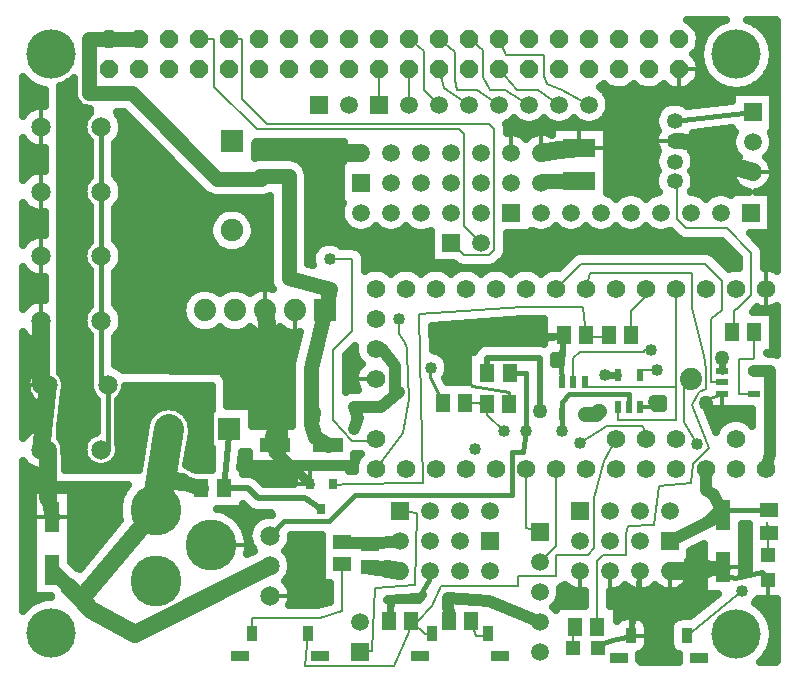
<source format=gtl>
G04 DipTrace 3.0.0.2*
G04 TeensyArbotixProRPIV0.2a.gtl*
%MOIN*%
G04 #@! TF.FileFunction,Copper,L1,Top*
G04 #@! TF.Part,Single*
%AMOUTLINE0*5,1,8,0,0,0.065199,-22.499571*%
%AMOUTLINE1*
4,1,4,
-0.0175,-0.025,
-0.0175,0.025,
0.0175,0.025,
0.0175,-0.025,
-0.0175,-0.025,
0*%
%AMOUTLINE2*
4,1,4,
0.0285,-0.0155,
-0.0285,-0.0155,
-0.0285,0.0155,
0.0285,0.0155,
0.0285,-0.0155,
0*%
G04 #@! TA.AperFunction,ViaPad*
%ADD13C,0.04*%
G04 #@! TA.AperFunction,Conductor*
%ADD14C,0.015*%
%ADD15C,0.023622*%
%ADD16C,0.02*%
G04 #@! TA.AperFunction,ViaPad*
%ADD17C,0.05*%
G04 #@! TA.AperFunction,CopperBalancing*
%ADD18C,0.025*%
G04 #@! TA.AperFunction,Conductor*
%ADD19C,0.008*%
%ADD20C,0.1*%
%ADD21C,0.06*%
%ADD22C,0.059055*%
%ADD23C,0.01*%
%ADD24C,0.05315*%
%ADD25C,0.031496*%
%ADD26C,0.051181*%
G04 #@! TA.AperFunction,CopperBalancing*
%ADD27C,0.013*%
%ADD28R,0.051181X0.059055*%
%ADD30R,0.05X0.1*%
%ADD31R,0.1X0.05*%
%ADD32R,0.059055X0.051181*%
%ADD33R,0.106299X0.062992*%
G04 #@! TA.AperFunction,ComponentPad*
%ADD34R,0.059055X0.059055*%
%ADD35C,0.059055*%
%ADD38C,0.17*%
%ADD40C,0.065199*%
%ADD41R,0.047244X0.047244*%
G04 #@! TA.AperFunction,ComponentPad*
%ADD42C,0.05315*%
%ADD43R,0.074803X0.074803*%
%ADD44C,0.074803*%
%ADD45R,0.031496X0.035433*%
G04 #@! TA.AperFunction,ComponentPad*
%ADD49C,0.074*%
%ADD51R,0.043307X0.023622*%
%ADD53R,0.023622X0.043307*%
G04 #@! TA.AperFunction,ComponentPad*
%ADD54C,0.06194*%
%ADD56R,0.074X0.074*%
G04 #@! TA.AperFunction,ViaPad*
%ADD58C,0.165*%
G04 #@! TA.AperFunction,ComponentPad*
%ADD119OUTLINE0*%
%ADD120OUTLINE1*%
%ADD121OUTLINE2*%
%FSLAX26Y26*%
G04*
G70*
G90*
G75*
G01*
G04 Top*
%LPD*%
X2923231Y941280D2*
D14*
X2738511D1*
X2681508Y884277D1*
X2770424Y926334D1*
X2713404Y1080033D2*
D13*
Y1009020D1*
X2741235Y992196D1*
X2770424Y926334D1*
X2593701Y838701D2*
X2770424Y926334D1*
X1538701Y1213701D2*
X1551864Y1247502D1*
X1541534Y1285033D1*
X1628701D1*
X1690146Y1336911D1*
X2376032Y1393191D2*
D15*
X2418701D1*
Y1391332D1*
X1690146Y1336911D2*
D13*
X1676226D1*
Y1422795D1*
X1633604Y1480033D1*
X1613404D1*
X1592847Y828498D2*
X1693701Y838701D1*
X1501735Y836696D2*
X1592847Y828498D1*
X2158701Y568701D2*
X1988701Y638701D1*
X1853701Y648701D1*
X1856299Y573701D1*
X823229Y2510630D2*
D17*
X723229D1*
X2159593Y1273819D2*
D16*
Y1450033D1*
X1983701D1*
Y1400033D1*
X2357454Y1273147D2*
D17*
X2348041Y1263734D1*
X2308701D1*
X2163701Y2033701D2*
X2168583Y2038583D1*
X2290987D1*
X723229Y2510630D2*
X657701D1*
Y2330849D1*
X798553D1*
X1083061Y2046341D1*
X1228986D1*
Y2054824D1*
X2874261Y1405033D2*
D13*
X2926491D1*
Y1128398D1*
X2913404Y1080033D1*
X1228986Y2054824D2*
D17*
X1322055D1*
Y1714836D1*
X1459377Y1678041D1*
X1443335Y1607704D1*
X1452492Y1159616D2*
X1408701Y1184616D1*
X1396345Y1228601D1*
Y1414600D1*
X1443335Y1607704D1*
X1403701Y1268701D2*
X1396345Y1228601D1*
X2038701Y1205033D2*
D19*
X1983586Y1260149D1*
Y1295033D1*
X1961701D1*
Y1300033D1*
X1910583D1*
X2293701Y1165033D2*
X2383701Y1223701D1*
X2503701D1*
X2513404Y1180033D1*
X1801201Y528701D2*
X1776103D1*
X1731103Y573701D1*
X1724450Y534906D1*
X1673482Y423750D1*
X1375735D1*
X1386201Y528701D1*
X1731103Y573701D2*
X1751248Y570033D1*
X1798701Y623701D1*
X1830966Y688646D1*
X2086902D1*
Y723701D1*
X2214925D1*
Y793701D1*
X2318701D1*
X2340774Y815774D1*
Y982984D1*
X2373891Y1103874D1*
X2413404Y1180033D1*
X1688701Y1579654D2*
Y1528701D1*
X1707164Y1506992D1*
X1717164Y1481992D1*
Y1462301D1*
X1723844Y1312975D1*
X1703654Y1197975D1*
X1613404Y1080033D1*
X2549327Y1408180D2*
X2493504D1*
Y1391332D1*
X2528701Y1475033D2*
X2505299D1*
Y1470033D1*
X2292701D1*
X2271299Y1448631D1*
Y1370033D1*
X1558701Y468701D2*
X1601215Y473439D1*
X1611215Y683439D1*
X1743701Y693701D1*
X1748701Y933701D1*
X1693701Y938701D1*
X2113404Y1080033D2*
Y883701D1*
X2158701Y868701D1*
X2213404Y1080033D2*
Y823404D1*
X2158701Y768701D1*
X2613404Y1680033D2*
Y1353253D1*
X2308701D1*
Y1370033D1*
X2613404Y1353253D2*
Y1240773D1*
X2418701D1*
Y1285033D1*
X2513404Y1680033D2*
Y1655450D1*
X2463701Y1605747D1*
Y1525033D1*
X2351782Y553541D2*
Y771782D1*
X2370649Y790649D1*
X2447624D1*
Y862618D1*
X2454725Y888664D1*
X2538841Y890932D1*
X2557369Y1020814D1*
X2663572Y1033784D1*
X2669348Y1095990D1*
X2723587Y1150230D1*
X2666477Y1290918D1*
X2690293Y1336410D1*
X2713870Y1344907D1*
Y1412482D1*
X2708298Y1457092D1*
X2668131Y1616290D1*
Y1731528D1*
X2326259D1*
X2313404Y1680033D1*
X2213404D2*
X2296335Y1762963D1*
X2711352D1*
X2767708Y1706608D1*
Y1608407D1*
X2730033Y1577946D1*
Y1405864D1*
X2731534Y1368971D1*
X2737638D1*
X2736298Y1367631D1*
X2767962D1*
X1613404Y1180033D2*
Y1170734D1*
X1533225D1*
X1469523Y1242879D1*
Y1475113D1*
X1534591Y1540181D1*
Y1778701D1*
X1458701D1*
X696858Y2218701D2*
D14*
Y2003701D1*
Y1788701D1*
Y1573701D1*
Y1358701D1*
X718701D1*
Y1143701D1*
X696858D1*
X1259574Y855848D2*
X1308386Y904660D1*
X1456366D1*
X1543675Y991969D1*
X2066226D1*
Y1136226D1*
X2103773D1*
X2113701Y1205033D1*
Y1400033D1*
X2058504D1*
X2233898Y1263734D2*
Y1303033D1*
X2258147Y1327282D1*
X2456103D1*
Y1285033D1*
X2233701Y1205033D2*
Y1263734D1*
X2233898D1*
X496858Y1143701D2*
D21*
X518701D1*
Y983622D1*
D17*
X533701Y918701D1*
X2918701Y708718D2*
D14*
X2898701Y735033D1*
X2808701Y715033D1*
X2770424Y724651D1*
Y751334D1*
X1277492Y1159616D2*
D17*
X1273701Y1188701D1*
D21*
X1289034Y1154630D1*
X1283655Y1139672D1*
D25*
X1393898Y1028701D1*
X2608701Y2173701D2*
D24*
X2665172Y2170278D1*
D21*
X2773701Y2163701D1*
X2788701Y2093701D1*
X2811883Y2086457D1*
D22*
X2868701Y2068701D1*
X1563701Y2133701D2*
X1506460D1*
D21*
X1448701D1*
Y1898701D1*
X2238701Y1525033D2*
D14*
X2230282Y1466104D1*
X2228701Y1455033D1*
X2230746Y1421591D1*
X2233898Y1370033D1*
X2767962Y1405033D2*
D15*
Y1449784D1*
X2153311Y1509340D2*
D16*
X2202780Y1516474D1*
X2238701Y1525033D1*
X2058389Y1295033D2*
D23*
Y1335033D1*
X1933701Y1355033D1*
X1868701Y1445033D1*
X2542903Y1301484D2*
Y1285033D1*
X2493504D1*
X2713180Y1299029D2*
X2706740Y1308717D1*
X2767962Y1330230D1*
X2163701Y2133701D2*
D22*
X2225084Y2140848D1*
D21*
X2290987Y2148819D1*
X496858Y1573701D2*
Y1358701D1*
X518701D1*
X496858Y1143701D1*
X1243335Y1607704D2*
X1291280Y1280191D1*
Y1160028D1*
D17*
X1277492D1*
Y1159616D1*
X2593701Y738701D2*
D22*
X2652801D1*
D21*
X2715819Y744752D1*
D17*
X2770424Y751334D1*
X2352002Y480973D2*
D14*
X2371869Y499029D1*
X2401587Y509658D1*
X2417370Y513226D1*
X2463701Y523701D1*
X2471614Y578129D1*
X2485135Y671125D1*
X2493701Y738701D1*
X1592847Y753694D2*
D26*
X1651727Y744941D1*
D22*
X1693701Y738701D1*
X1656299Y573701D2*
D14*
X1667456Y632173D1*
X1668701Y638701D1*
X1748701Y643701D1*
X1788701Y708701D1*
X1793701Y738701D1*
X2608701Y2238701D2*
X2664903Y2245185D1*
X2809566Y2261878D1*
X2868701Y2268701D1*
X1931103Y573701D2*
D19*
X1945326Y523701D1*
X1988701D1*
X1993701Y528701D1*
X1986201D1*
X1201201D2*
Y581852D1*
X1427290D1*
X1501735Y604667D1*
Y761893D1*
X2874261Y1330230D2*
X2823701D1*
Y1447065D1*
X2871732D1*
X2873504Y1448836D1*
Y1534710D1*
X2269324Y480973D2*
Y553541D1*
X2276979D1*
X2608701Y2038701D2*
X2617004D1*
Y1912604D1*
X2648076Y1881532D1*
X2782970D1*
X2864966Y1799536D1*
Y1658744D1*
X2818408Y1612187D1*
X2806208Y1607659D1*
Y1534710D1*
X2798701D1*
X2923231Y866477D2*
X2915160Y903499D1*
X2918701Y791395D1*
X1106083Y1015138D2*
D16*
X1122963Y1189070D1*
Y1211487D1*
X1106083Y1015138D2*
X1185887D1*
X1220420Y980605D1*
X1375341D1*
X1431299Y946024D1*
X2388898Y1525033D2*
D19*
Y1520033D1*
X2313504D1*
Y1525033D1*
X1468701Y1028701D2*
X1473701Y1038701D1*
X1468701Y1023701D1*
X1508701Y1028701D1*
X1770904Y1033555D1*
X1757239Y1596139D1*
X2101076Y1619753D1*
X2302394D1*
X2313504Y1525033D1*
X2663404Y1380033D2*
X2640324Y1403113D1*
Y1234293D1*
X2681974Y1162998D1*
X2833701Y673701D2*
X2648701Y523701D1*
X2223701Y2293701D2*
X2153701Y2343701D1*
X2083701D1*
X2023229Y2410630D1*
X2323701Y2293701D2*
X2233701Y2343701D1*
X2183701Y2363701D1*
X2173701Y2388701D1*
Y2458701D1*
X2047805D1*
X2023229Y2510630D1*
X1623229Y2410630D2*
X1623701Y2293701D1*
X1723229Y2410630D2*
X1723701Y2293701D1*
X1923701D2*
X1838701Y2348701D1*
X1823229Y2410630D1*
X2023701Y2293701D2*
X1948701Y2343701D1*
X1883701D1*
X1875516Y2374246D1*
Y2468718D1*
X1823229Y2510630D1*
X2123701Y2293701D2*
X2043701Y2343701D1*
X1993701D1*
X1969079Y2386348D1*
Y2473866D1*
X1923229Y2510630D1*
X1123229D2*
X1165701D1*
Y2311701D1*
X1249701Y2227701D1*
X1991701D1*
X2007701Y2211701D1*
Y1807701D1*
X1991701Y1791701D1*
X1905701D1*
X1863701Y1833701D1*
X1023229Y2510630D2*
X1073701D1*
Y2353701D1*
X1215701Y2211701D1*
X1891701D1*
X1907701Y2195701D1*
Y1889701D1*
X1963701Y1833701D1*
X1823701Y2293701D2*
X1773701Y2343701D1*
Y2473797D1*
X1723229Y2510630D1*
X596858Y2218701D2*
D21*
Y2003701D1*
Y1788701D1*
Y1573701D1*
Y1358701D1*
X618701D1*
Y1143701D1*
X596858D1*
X1259574Y755848D2*
X808701Y528701D1*
X663701Y608701D1*
X631725Y645677D1*
X591327Y686075D1*
D17*
X533701Y743701D1*
X878701Y943071D2*
D21*
X631725Y645677D1*
X922963Y1211487D2*
D20*
X897107Y1045364D1*
X878701Y943071D1*
X1031280Y1015138D2*
D26*
X966865Y1036054D1*
D21*
X897107Y1045364D1*
X1796347Y1416731D2*
D23*
X1793360Y1386290D1*
X1835780Y1300033D1*
D17*
X1403701Y1268701D3*
D13*
X1688701Y1579654D3*
X1458701Y1778701D3*
D17*
X1448701Y1898701D3*
X2767962Y1449784D3*
X2153311Y1509340D3*
X1868701Y1445033D3*
X2542903Y1301484D3*
X2767962Y1449784D3*
X2713180Y1299029D3*
X2767962Y1449784D3*
D13*
X2681974Y1162998D3*
X2833701Y673701D3*
X1796347Y1416731D3*
D58*
X2814961Y528402D3*
X531496Y531496D3*
Y2460630D3*
X2814961D3*
D13*
X1690146Y1336911D3*
X1538701Y1213701D3*
X2376032Y1393191D3*
D17*
X2357454Y1273147D3*
X2159593Y1273819D3*
X1228986Y2054824D3*
D13*
X2038701Y1205033D3*
X2293701Y1165033D3*
X1945109Y1144065D3*
X2549327Y1408180D3*
X2528701Y1475033D3*
X2233701Y1205033D3*
X2113701D3*
X2682036Y2551332D2*
D18*
X2732358D1*
X2897563D2*
X2948716D1*
X2694194Y2526463D2*
X2710923D1*
X2918999D2*
X2948716D1*
X2931304Y2501595D2*
X2948716D1*
X2933696Y2426988D2*
X2948716D1*
X2923393Y2402120D2*
X2948716D1*
X2688139Y2377251D2*
X2724790D1*
X2905132D2*
X2948716D1*
X438725Y2352382D2*
X474936D1*
X2364458D2*
X2381949D1*
X2464458D2*
X2481949D1*
X2564458D2*
X2581949D1*
X2664458D2*
X2758384D1*
X2871538D2*
X2948716D1*
X438725Y2327513D2*
X507700D1*
X2385210D2*
X2798179D1*
X438725Y2302645D2*
X507700D1*
X2393657D2*
X2594126D1*
X2623296D2*
X2759165D1*
X438725Y2277776D2*
X454750D1*
X2392339D2*
X2554184D1*
X761675Y2252907D2*
X784214D1*
X2380620D2*
X2542710D1*
X769829Y2228038D2*
X809067D1*
X2049419D2*
X2103403D1*
X2143999D2*
X2203403D1*
X2243999D2*
X2303403D1*
X2343999D2*
X2542026D1*
X768755Y2203170D2*
X833970D1*
X2052690D2*
X2196860D1*
X2385161D2*
X2548179D1*
X2704448D2*
X2798179D1*
X757866Y2178301D2*
X858823D1*
X2385161D2*
X2541294D1*
X2676128D2*
X2798862D1*
X438725Y2153432D2*
X466147D1*
X745366D2*
X883677D1*
X1212114D2*
X1496079D1*
X2385161D2*
X2544370D1*
X2673052D2*
X2799888D1*
X438725Y2128563D2*
X507700D1*
X745366D2*
X908579D1*
X1212114D2*
X1493345D1*
X2385161D2*
X2546079D1*
X2671343D2*
X2811264D1*
X2926128D2*
X2948716D1*
X438725Y2103694D2*
X507700D1*
X745366D2*
X933432D1*
X1365093D2*
X1500132D1*
X2385161D2*
X2541147D1*
X2676274D2*
X2807846D1*
X2929546D2*
X2948716D1*
X438725Y2078826D2*
X507700D1*
X745366D2*
X958286D1*
X1383354D2*
X1493198D1*
X2385161D2*
X2546079D1*
X2671343D2*
X2798911D1*
X749663Y2053957D2*
X983139D1*
X1388042D2*
X1493198D1*
X2385161D2*
X2542954D1*
X2674468D2*
X2799790D1*
X765776Y2029088D2*
X1008042D1*
X1388042D2*
X1493198D1*
X2385161D2*
X2541831D1*
X2675542D2*
X2810874D1*
X2926518D2*
X2948716D1*
X770464Y2004219D2*
X1032895D1*
X1388042D2*
X1493198D1*
X2385161D2*
X2551011D1*
X2666411D2*
X2844516D1*
X2892876D2*
X2948716D1*
X766167Y1979351D2*
X1256089D1*
X1388042D2*
X1493198D1*
X2934233D2*
X2948716D1*
X750688Y1954482D2*
X1256089D1*
X1388042D2*
X1496421D1*
X2934233D2*
X2948716D1*
X438725Y1929613D2*
X507700D1*
X745366D2*
X1079429D1*
X1187944D2*
X1256089D1*
X1388042D2*
X1493296D1*
X2934233D2*
X2948716D1*
X438725Y1904744D2*
X507700D1*
X745366D2*
X1061753D1*
X1205620D2*
X1256089D1*
X1388042D2*
X1499643D1*
X2934233D2*
X2948716D1*
X438725Y1879876D2*
X507700D1*
X745366D2*
X1055503D1*
X1211870D2*
X1256089D1*
X1388042D2*
X1519614D1*
X2934233D2*
X2948716D1*
X438725Y1855007D2*
X468686D1*
X745366D2*
X1057749D1*
X1209673D2*
X1256089D1*
X1388042D2*
X1793149D1*
X2052690D2*
X2611997D1*
X2872075D2*
X2948716D1*
X757134Y1830138D2*
X1069321D1*
X1198100D2*
X1256089D1*
X1388042D2*
X1428354D1*
X1489067D2*
X1793149D1*
X2052690D2*
X2771763D1*
X2896929D2*
X2948716D1*
X768511Y1805269D2*
X1099204D1*
X1168218D2*
X1256089D1*
X1388042D2*
X1404087D1*
X1570268D2*
X1793149D1*
X2052641D2*
X2289927D1*
X2717778D2*
X2796665D1*
X2909575D2*
X2948716D1*
X769975Y1780400D2*
X1256089D1*
X1579546D2*
X1793149D1*
X2042778D2*
X2251206D1*
X2756499D2*
X2819956D1*
X2909966D2*
X2948716D1*
X762261Y1755532D2*
X1256089D1*
X1579595D2*
X1880893D1*
X2016509D2*
X2226304D1*
X2781352D2*
X2819956D1*
X2909966D2*
X2948716D1*
X438725Y1730663D2*
X453286D1*
X745366D2*
X1256089D1*
X438725Y1705794D2*
X507700D1*
X745366D2*
X1256723D1*
X438725Y1680925D2*
X507700D1*
X745366D2*
X1022446D1*
X1064263D2*
X1122446D1*
X1164263D2*
X1222446D1*
X438725Y1656057D2*
X507700D1*
X745366D2*
X982846D1*
X438725Y1631188D2*
X452506D1*
X745366D2*
X969077D1*
X762554Y1606319D2*
X965366D1*
X2875102D2*
X2948716D1*
X770024Y1581450D2*
X970054D1*
X768364Y1556582D2*
X985288D1*
X1803862D2*
X2172104D1*
X756743Y1531713D2*
X1357016D1*
X1803813D2*
X2172104D1*
X438725Y1506844D2*
X470151D1*
X745366D2*
X1350962D1*
X1804399D2*
X2172104D1*
X438725Y1481975D2*
X507700D1*
X745366D2*
X1344907D1*
X1805034D2*
X1944712D1*
X438725Y1457107D2*
X507700D1*
X745366D2*
X1338852D1*
X1514507D2*
X1545346D1*
X1841167D2*
X1917124D1*
X438725Y1432238D2*
X507700D1*
X745366D2*
X1332798D1*
X1514507D2*
X1560483D1*
X1855278D2*
X1917124D1*
X2210600D2*
X2226304D1*
X438725Y1407369D2*
X464389D1*
X773052D2*
X1330356D1*
X1514507D2*
X1547055D1*
X1856596D2*
X1917124D1*
X1117143Y1382500D2*
X1330356D1*
X1514507D2*
X1541489D1*
X1846294D2*
X1917124D1*
X1119682Y1357631D2*
X1330356D1*
X1514507D2*
X1545151D1*
X1119682Y1332763D2*
X1330356D1*
X438725Y1307894D2*
X466440D1*
X1119682D2*
X1330356D1*
X2546294D2*
X2568393D1*
X438725Y1283025D2*
X507700D1*
X1201372D2*
X1330356D1*
X438725Y1258156D2*
X507700D1*
X1201372D2*
X1330356D1*
X2728130D2*
X2865513D1*
X438725Y1233288D2*
X507700D1*
X1201372D2*
X1330356D1*
X2738237D2*
X2766294D1*
X438725Y1208419D2*
X464927D1*
X1168804Y1133813D2*
X1186509D1*
X1166411Y1108944D2*
X1186509D1*
X438725Y1084075D2*
X455628D1*
X1163970D2*
X1337143D1*
X1525444D2*
X1541538D1*
X438725Y1059206D2*
X507993D1*
X1208598D2*
X1337143D1*
X438725Y1034337D2*
X521323D1*
X1237749D2*
X1337143D1*
X438725Y1009469D2*
X772055D1*
X438725Y984600D2*
X467710D1*
X599712D2*
X759897D1*
X438725Y959731D2*
X467710D1*
X599712D2*
X753843D1*
X438725Y934862D2*
X467710D1*
X599712D2*
X752964D1*
X1122563D2*
X1201841D1*
X438725Y909994D2*
X467710D1*
X599712D2*
X757212D1*
X1155815D2*
X1210971D1*
X438725Y885125D2*
X467710D1*
X599712D2*
X739048D1*
X1174077D2*
X1192270D1*
X2836430D2*
X2852720D1*
X438725Y860256D2*
X467710D1*
X599712D2*
X718393D1*
X2836430D2*
X2852720D1*
X438725Y835387D2*
X467710D1*
X599712D2*
X697739D1*
X1330180D2*
X1431186D1*
X2836430D2*
X2852720D1*
X438725Y810519D2*
X467710D1*
X599712D2*
X677085D1*
X1188872D2*
X1202251D1*
X1316850D2*
X1431186D1*
X2671001D2*
X2704429D1*
X2836430D2*
X2852720D1*
X438725Y785650D2*
X467710D1*
X599712D2*
X656430D1*
X1326616D2*
X1431186D1*
X2664214D2*
X2704429D1*
X2836430D2*
X2854087D1*
X438725Y760781D2*
X467710D1*
X608891D2*
X635776D1*
X1333013D2*
X1431186D1*
X2660552D2*
X2704429D1*
X2836430D2*
X2854087D1*
X438725Y735912D2*
X467710D1*
X1330327D2*
X1431186D1*
X2664165D2*
X2704429D1*
X2836430D2*
X2854087D1*
X438725Y711044D2*
X467710D1*
X1317290D2*
X1431186D1*
X2658354D2*
X2704429D1*
X438725Y686175D2*
X467710D1*
X1326372D2*
X1456772D1*
X2639409D2*
X2704429D1*
X438725Y661306D2*
X467710D1*
X1332964D2*
X1456772D1*
X2228813D2*
X2306772D1*
X2396782D2*
X2748471D1*
X438725Y636437D2*
X468784D1*
X1330473D2*
X1456772D1*
X2221098D2*
X2306772D1*
X2396782D2*
X2717759D1*
X2881304D2*
X2948716D1*
X2418364Y611568D2*
X2687095D1*
X2905327D2*
X2948716D1*
X2418364Y586700D2*
X2437583D1*
X2489800D2*
X2622593D1*
X2923491D2*
X2948716D1*
X2519878Y561831D2*
X2592514D1*
X2933745D2*
X2948716D1*
X2522173Y536962D2*
X2590220D1*
X2522173Y512093D2*
X2590220D1*
X2520415Y487225D2*
X2591977D1*
X2931255D2*
X2948716D1*
X2496343Y462356D2*
X2616050D1*
X2918852D2*
X2948716D1*
X2492680Y437487D2*
X2619712D1*
X2897319D2*
X2944663D1*
X597193Y832201D2*
X597201Y769945D1*
X618066Y749138D1*
X625487Y745395D1*
X760366Y907799D1*
X756721Y923751D1*
X755582Y933381D1*
X755201Y943071D1*
X755582Y952761D1*
X756721Y962391D1*
X758613Y971902D1*
X761246Y981235D1*
X764602Y990332D1*
X768662Y999139D1*
X773400Y1007600D1*
X778787Y1015663D1*
X786565Y1025197D1*
X545680Y1025320D1*
X539713Y1026265D1*
X533968Y1028132D1*
X528585Y1030874D1*
X523697Y1034425D1*
X519425Y1038697D1*
X515874Y1043585D1*
X513132Y1048968D1*
X511265Y1054713D1*
X510320Y1060680D1*
X510201Y1073906D1*
X501039Y1072724D1*
X491048Y1072839D1*
X481172Y1074353D1*
X471605Y1077237D1*
X462537Y1081434D1*
X454147Y1086860D1*
X446601Y1093408D1*
X440047Y1100950D1*
X436187Y1106647D1*
X436201Y606041D1*
X445936Y617056D1*
X452913Y623505D1*
X460374Y629387D1*
X468274Y634666D1*
X476563Y639308D1*
X485192Y643286D1*
X494105Y646574D1*
X503249Y649153D1*
X512568Y651007D1*
X522003Y652123D1*
X531608Y652492D1*
X530196Y655186D1*
X470201Y655201D1*
Y1007201D1*
X597201D1*
X597191Y830201D1*
X1540992Y1128243D2*
Y1096116D1*
X1188992D1*
Y1135579D1*
X1166492Y1135585D1*
X1161412Y1083151D1*
X1170174Y1083165D1*
Y1063585D1*
X1189693Y1063489D1*
X1197209Y1062298D1*
X1204448Y1059946D1*
X1211229Y1056491D1*
X1217386Y1052018D1*
X1240518Y1029097D1*
X1339610Y1029105D1*
X1339650Y1084917D1*
X1522949D1*
Y1071490D1*
X1544383Y1071869D1*
X1543935Y1080033D1*
X1544790Y1090900D1*
X1547335Y1101500D1*
X1551506Y1111572D1*
X1557202Y1120866D1*
X1563428Y1128232D1*
X1540992Y1128234D1*
X1198865Y1223116D2*
X1333104D1*
X1332845Y1241101D1*
X1333041Y1419582D1*
X1334646Y1429614D1*
X1360056Y1534037D1*
X1349423Y1532450D1*
X1339432Y1532305D1*
X1329508Y1533480D1*
X1319827Y1535957D1*
X1310558Y1539689D1*
X1301863Y1544614D1*
X1293334Y1551145D1*
X1286619Y1545843D1*
X1278071Y1540669D1*
X1268914Y1536669D1*
X1259308Y1533913D1*
X1249423Y1532450D1*
X1239432Y1532305D1*
X1229508Y1533480D1*
X1219827Y1535957D1*
X1210558Y1539689D1*
X1201863Y1544614D1*
X1193334Y1551145D1*
X1187713Y1546623D1*
X1177611Y1540433D1*
X1166666Y1535899D1*
X1155146Y1533133D1*
X1143335Y1532204D1*
X1131524Y1533133D1*
X1120004Y1535899D1*
X1109059Y1540433D1*
X1098957Y1546623D1*
X1093366Y1551158D1*
X1087713Y1546623D1*
X1077611Y1540433D1*
X1066666Y1535899D1*
X1055146Y1533133D1*
X1043335Y1532204D1*
X1031524Y1533133D1*
X1020004Y1535899D1*
X1009059Y1540433D1*
X998957Y1546623D1*
X989948Y1554317D1*
X982254Y1563326D1*
X976064Y1573427D1*
X971530Y1584373D1*
X968764Y1595893D1*
X967835Y1607704D1*
X968764Y1619514D1*
X971530Y1631034D1*
X976064Y1641980D1*
X982254Y1652081D1*
X989948Y1661090D1*
X998957Y1668784D1*
X1009059Y1674975D1*
X1020004Y1679508D1*
X1031524Y1682274D1*
X1043335Y1683204D1*
X1055146Y1682274D1*
X1066666Y1679508D1*
X1077611Y1674975D1*
X1087713Y1668784D1*
X1093303Y1664250D1*
X1098957Y1668784D1*
X1109059Y1674975D1*
X1120004Y1679508D1*
X1131524Y1682274D1*
X1143335Y1683204D1*
X1155146Y1682274D1*
X1166666Y1679508D1*
X1177611Y1674975D1*
X1187713Y1668784D1*
X1193303Y1664250D1*
X1200305Y1669741D1*
X1208874Y1674880D1*
X1218048Y1678843D1*
X1227664Y1681559D1*
X1237555Y1682982D1*
X1247547Y1683086D1*
X1257466Y1681869D1*
X1267136Y1679354D1*
X1270160Y1678268D1*
X1264741Y1687499D1*
X1261170Y1696801D1*
X1259098Y1706548D1*
X1258555Y1714836D1*
Y1990178D1*
X1248608Y1985949D1*
X1238919Y1983623D1*
X1228986Y1982841D1*
X1078078Y1983037D1*
X1068237Y1984596D1*
X1058760Y1987675D1*
X1049882Y1992199D1*
X1041821Y1998056D1*
X1020482Y2019118D1*
X772269Y2267330D1*
X748699Y2267349D1*
X754379Y2260492D1*
X760209Y2250980D1*
X764478Y2240672D1*
X767083Y2229823D1*
X767958Y2218701D1*
X767083Y2207579D1*
X764478Y2196730D1*
X760209Y2186422D1*
X754379Y2176910D1*
X747134Y2168426D1*
X742846Y2164488D1*
X743034Y2057766D1*
X750923Y2049877D1*
X757481Y2040851D1*
X762546Y2030910D1*
X765994Y2020299D1*
X767739Y2009279D1*
Y1998123D1*
X765994Y1987103D1*
X762546Y1976492D1*
X757481Y1966551D1*
X750923Y1957525D1*
X742846Y1949488D1*
X743034Y1842766D1*
X750923Y1834877D1*
X757481Y1825851D1*
X762546Y1815910D1*
X765994Y1805299D1*
X767739Y1794279D1*
Y1783123D1*
X765994Y1772103D1*
X762546Y1761492D1*
X757481Y1751551D1*
X750923Y1742525D1*
X742846Y1734488D1*
X743034Y1627766D1*
X750923Y1619877D1*
X757481Y1610851D1*
X762546Y1600910D1*
X765994Y1590299D1*
X767739Y1579279D1*
Y1568123D1*
X765994Y1557103D1*
X762546Y1546492D1*
X757481Y1536551D1*
X750923Y1527525D1*
X742846Y1519488D1*
X742859Y1425605D1*
X750980Y1422051D1*
X760492Y1416222D1*
X768976Y1408976D1*
X770619Y1407199D1*
X1081722Y1407082D1*
X1087689Y1406137D1*
X1093434Y1404270D1*
X1098817Y1401528D1*
X1103705Y1397977D1*
X1107977Y1393705D1*
X1111528Y1388817D1*
X1114270Y1383434D1*
X1116137Y1377689D1*
X1117082Y1371722D1*
X1117201Y1293701D1*
Y1287402D1*
X1198865Y1287389D1*
Y1223082D1*
X2382604Y2108579D2*
X2382637Y1999057D1*
X2389734Y1996550D1*
X2399245Y1991704D1*
X2407881Y1985430D1*
X2413659Y1979797D1*
X2419521Y1985430D1*
X2428157Y1991704D1*
X2437668Y1996550D1*
X2447820Y1999849D1*
X2458364Y2001519D1*
X2469038D1*
X2479582Y1999849D1*
X2489734Y1996550D1*
X2499245Y1991704D1*
X2507881Y1985430D1*
X2513659Y1979797D1*
X2519521Y1985430D1*
X2528157Y1991704D1*
X2537668Y1996550D1*
X2547820Y1999849D1*
X2555525Y2001183D1*
X2550719Y2009158D1*
X2546811Y2018592D1*
X2544427Y2028521D1*
X2543626Y2038701D1*
X2544427Y2048881D1*
X2546811Y2058810D1*
X2550719Y2068244D1*
X2552348Y2071153D1*
X2548580Y2078798D1*
X2545424Y2088510D1*
X2543827Y2098595D1*
Y2108807D1*
X2545424Y2118892D1*
X2548580Y2128604D1*
X2553216Y2137702D1*
X2553831Y2138714D1*
X2549123Y2147525D1*
X2545818Y2156953D1*
X2543996Y2166776D1*
X2543698Y2176761D1*
X2544933Y2186675D1*
X2547670Y2196283D1*
X2551846Y2205358D1*
X2552332Y2206194D1*
X2548580Y2213798D1*
X2545424Y2223510D1*
X2543827Y2233595D1*
Y2243807D1*
X2545424Y2253892D1*
X2548580Y2263604D1*
X2553216Y2272702D1*
X2559218Y2280964D1*
X2566438Y2288184D1*
X2574700Y2294186D1*
X2583798Y2298822D1*
X2593510Y2301978D1*
X2603595Y2303575D1*
X2613807D1*
X2623892Y2301978D1*
X2633604Y2298822D1*
X2642702Y2294186D1*
X2649098Y2289655D1*
X2800668Y2307157D1*
X2800674Y2336728D1*
X2936729D1*
Y2200673D1*
X2928770D1*
X2933399Y2189723D1*
X2935891Y2179343D1*
X2936729Y2168701D1*
X2935891Y2158059D1*
X2933399Y2147679D1*
X2929314Y2137817D1*
X2923736Y2128715D1*
X2916804Y2120598D1*
X2914797Y2118743D1*
X2920853Y2112380D1*
X2926689Y2104271D1*
X2931273Y2095394D1*
X2934508Y2085941D1*
X2936323Y2076116D1*
X2936683Y2066202D1*
X2935583Y2056271D1*
X2933041Y2046609D1*
X2929112Y2037423D1*
X2923879Y2028912D1*
X2917456Y2021259D1*
X2909981Y2014630D1*
X2901616Y2009167D1*
X2892541Y2004988D1*
X2882952Y2002183D1*
X2880623Y2001729D1*
X2931729Y2001728D1*
Y1865673D1*
X2858926D1*
X2897283Y1827137D1*
X2901203Y1821742D1*
X2904231Y1815800D1*
X2906292Y1809457D1*
X2907335Y1802870D1*
X2907466Y1749292D1*
X2918531Y1749313D1*
X2928416Y1747861D1*
X2937991Y1745006D1*
X2947057Y1740808D1*
X2951216Y1738308D1*
X2951201Y2566032D1*
X2950584Y2570604D1*
X2948712Y2573789D1*
X2945498Y2575611D1*
X2940815Y2576213D1*
X2850770Y2576200D1*
X2861266Y2572420D1*
X2869894Y2568442D1*
X2878183Y2563800D1*
X2886083Y2558521D1*
X2893544Y2552639D1*
X2900521Y2546190D1*
X2906970Y2539213D1*
X2912852Y2531752D1*
X2918130Y2523852D1*
X2922773Y2515563D1*
X2926750Y2506935D1*
X2930039Y2498021D1*
X2932618Y2488877D1*
X2934471Y2479559D1*
X2935588Y2470124D1*
X2935961Y2460630D1*
X2935588Y2451137D1*
X2934471Y2441702D1*
X2932618Y2432383D1*
X2930039Y2423239D1*
X2926750Y2414325D1*
X2922773Y2405697D1*
X2918130Y2397408D1*
X2912852Y2389508D1*
X2906970Y2382047D1*
X2900521Y2375070D1*
X2893544Y2368621D1*
X2886083Y2362739D1*
X2878183Y2357461D1*
X2869894Y2352818D1*
X2861266Y2348841D1*
X2852352Y2345552D1*
X2843208Y2342973D1*
X2833889Y2341120D1*
X2824454Y2340003D1*
X2814961Y2339630D1*
X2805467Y2340003D1*
X2796032Y2341120D1*
X2786714Y2342973D1*
X2777570Y2345552D1*
X2768656Y2348841D1*
X2760028Y2352818D1*
X2751739Y2357461D1*
X2743839Y2362739D1*
X2736378Y2368621D1*
X2729401Y2375070D1*
X2722952Y2382047D1*
X2717070Y2389508D1*
X2711791Y2397408D1*
X2707149Y2405697D1*
X2703171Y2414325D1*
X2699883Y2423239D1*
X2697304Y2432383D1*
X2695451Y2441702D1*
X2694334Y2451137D1*
X2693961Y2460630D1*
X2694334Y2470124D1*
X2695451Y2479559D1*
X2697304Y2488877D1*
X2699883Y2498021D1*
X2703171Y2506935D1*
X2707149Y2515563D1*
X2711791Y2523852D1*
X2717070Y2531752D1*
X2722952Y2539213D1*
X2729401Y2546190D1*
X2736378Y2552639D1*
X2743839Y2558521D1*
X2751739Y2563800D1*
X2760028Y2568442D1*
X2768656Y2572420D1*
X2779391Y2576222D1*
X2650672Y2576200D1*
X2655820Y2573575D1*
X2660707Y2570024D1*
X2680570Y2550329D1*
X2684494Y2545735D1*
X2687651Y2540584D1*
X2689962Y2535002D1*
X2691373Y2529128D1*
X2691847Y2523105D1*
X2691728Y2495134D1*
X2690783Y2489167D1*
X2688916Y2483422D1*
X2686173Y2478039D1*
X2682622Y2473151D1*
X2670253Y2460614D1*
X2682279Y2448505D1*
X2686649Y2442424D1*
X2689759Y2435612D1*
X2691491Y2428327D1*
X2691847Y2420605D1*
X2691522Y2393169D1*
X2689835Y2385874D1*
X2686768Y2379043D1*
X2682436Y2372935D1*
X2662927Y2353288D1*
X2657143Y2348533D1*
X2650547Y2344988D1*
X2643390Y2342787D1*
X2635463Y2342025D1*
X2608255Y2342093D1*
X2600866Y2343303D1*
X2593850Y2345921D1*
X2587474Y2349848D1*
X2581762Y2355056D1*
X2573220Y2363598D1*
X2560707Y2351236D1*
X2555820Y2347685D1*
X2550437Y2344943D1*
X2544691Y2343076D1*
X2538724Y2342131D1*
X2510753Y2342012D1*
X2504731Y2342486D1*
X2498856Y2343896D1*
X2493275Y2346208D1*
X2488124Y2349365D1*
X2483530Y2353288D1*
X2473212Y2363606D1*
X2460707Y2351236D1*
X2455820Y2347685D1*
X2450437Y2344943D1*
X2444691Y2343076D1*
X2438724Y2342131D1*
X2410753Y2342012D1*
X2404731Y2342486D1*
X2398856Y2343896D1*
X2393275Y2346208D1*
X2388124Y2349365D1*
X2383530Y2353288D1*
X2373212Y2363606D1*
X2360401Y2350995D1*
X2367881Y2345430D1*
X2375430Y2337881D1*
X2381704Y2329245D1*
X2386550Y2319734D1*
X2389849Y2309582D1*
X2391519Y2299038D1*
Y2288364D1*
X2389849Y2277820D1*
X2386550Y2267668D1*
X2381704Y2258157D1*
X2375430Y2249521D1*
X2367881Y2241972D1*
X2359245Y2235698D1*
X2349734Y2230852D1*
X2339582Y2227553D1*
X2329038Y2225883D1*
X2318364D1*
X2307820Y2227553D1*
X2297668Y2230852D1*
X2288157Y2235698D1*
X2279521Y2241972D1*
X2273743Y2247605D1*
X2267881Y2241972D1*
X2259245Y2235698D1*
X2249734Y2230852D1*
X2239582Y2227553D1*
X2229038Y2225883D1*
X2218364D1*
X2207820Y2227553D1*
X2197668Y2230852D1*
X2188157Y2235698D1*
X2179521Y2241972D1*
X2173743Y2247605D1*
X2167881Y2241972D1*
X2159245Y2235698D1*
X2149734Y2230852D1*
X2139582Y2227553D1*
X2129038Y2225883D1*
X2118364D1*
X2107820Y2227553D1*
X2097668Y2230852D1*
X2088157Y2235698D1*
X2079521Y2241972D1*
X2073743Y2247605D1*
X2067881Y2241972D1*
X2059245Y2235698D1*
X2049734Y2230852D1*
X2046230Y2229559D1*
X2049027Y2221622D1*
X2050070Y2215036D1*
X2050201Y2200422D1*
X2060630Y2201659D1*
X2070617Y2201376D1*
X2080455Y2199633D1*
X2089931Y2196468D1*
X2098842Y2191949D1*
X2106994Y2186174D1*
X2113699Y2179816D1*
X2119531Y2185438D1*
X2127585Y2191350D1*
X2136419Y2196018D1*
X2145841Y2199342D1*
X2155648Y2201250D1*
X2165628Y2201701D1*
X2175568Y2200686D1*
X2185251Y2198225D1*
X2194469Y2194373D1*
X2199346Y2191632D1*
X2199338Y2218815D1*
X2382637D1*
X2382627Y2078823D1*
X2833924Y895253D2*
Y732206D1*
X2842852Y731481D1*
X2851778Y729338D1*
X2856593Y727515D1*
X2856579Y802369D1*
X2855204Y802386D1*
Y895304D1*
X2833925Y895280D1*
X2752840Y662833D2*
X2706924D1*
X2706823Y829498D1*
X2661722Y807133D1*
X2661729Y770673D1*
X2653770D1*
X2658064Y760727D1*
X2660596Y751062D1*
X2661685Y741130D1*
X2661316Y731216D1*
X2659490Y721393D1*
X2656245Y711944D1*
X2651652Y703072D1*
X2645808Y694968D1*
X2638841Y687807D1*
X2630899Y681745D1*
X2622156Y676910D1*
X2612798Y673409D1*
X2603029Y671316D1*
X2593058Y670676D1*
X2583102Y671504D1*
X2573374Y673781D1*
X2564084Y677459D1*
X2555433Y682457D1*
X2547608Y688669D1*
X2543712Y692573D1*
X2536940Y686183D1*
X2528781Y680416D1*
X2519866Y675907D1*
X2510386Y672751D1*
X2500547Y671019D1*
X2490560Y670746D1*
X2480640Y671939D1*
X2471002Y674572D1*
X2461854Y678588D1*
X2453393Y683901D1*
X2445801Y690396D1*
X2443712Y692573D1*
X2436940Y686183D1*
X2428781Y680416D1*
X2419866Y675907D1*
X2410386Y672751D1*
X2400547Y671019D1*
X2394260Y670687D1*
X2394282Y621538D1*
X2415873Y621568D1*
Y572398D1*
X2420269Y577158D1*
X2426268Y581639D1*
X2433021Y584875D1*
X2440273Y586742D1*
X2448701Y587201D1*
X2486187Y586877D1*
X2493483Y585190D1*
X2500314Y582122D1*
X2506422Y577790D1*
X2511575Y572358D1*
X2515580Y566031D1*
X2518285Y559048D1*
X2519586Y551674D1*
X2519701Y508701D1*
X2519377Y493715D1*
X2517690Y486419D1*
X2514622Y479588D1*
X2510290Y473480D1*
X2504858Y468327D1*
X2498531Y464322D1*
X2491064Y461499D1*
X2491523Y461624D1*
X2490201Y452201D1*
X2490188Y440737D1*
X2495666Y436201D1*
X2622180D1*
X2622213Y461265D1*
X2616468Y463132D1*
X2611085Y465874D1*
X2606197Y469425D1*
X2601925Y473697D1*
X2598374Y478585D1*
X2595632Y483968D1*
X2593765Y489713D1*
X2592820Y495680D1*
X2592701Y548701D1*
X2593175Y554724D1*
X2594585Y560598D1*
X2596897Y566180D1*
X2600054Y571331D1*
X2603977Y575925D1*
X2608571Y579848D1*
X2613722Y583005D1*
X2619304Y585317D1*
X2625178Y586727D1*
X2631201Y587201D1*
X2659521D1*
X2752822Y662838D1*
X2309293Y672496D2*
X2300547Y671019D1*
X2290560Y670746D1*
X2280640Y671939D1*
X2271002Y674572D1*
X2261854Y678588D1*
X2253393Y683901D1*
X2245801Y690396D1*
X2243777Y692501D1*
X2237132Y687464D1*
X2231189Y684436D1*
X2227695Y683178D1*
X2225891Y679343D1*
X2226729Y668701D1*
X2225891Y658059D1*
X2223399Y647679D1*
X2219314Y637817D1*
X2213736Y628715D1*
X2206804Y620598D1*
X2204797Y618743D1*
X2210430Y612881D1*
X2212897Y609752D1*
X2212889Y621568D1*
X2309324D1*
X2309282Y672437D1*
X1503663Y1965673D2*
X1495674D1*
Y2101728D1*
X1503633D1*
X1499765Y2110464D1*
X1497051Y2120079D1*
X1495775Y2129988D1*
X1495964Y2139977D1*
X1497613Y2149831D1*
X1500689Y2159337D1*
X1505123Y2168290D1*
X1505691Y2169213D1*
X1211991Y2169376D1*
X1209603Y2161709D1*
Y2115273D1*
X1219052Y2117543D1*
X1228986Y2118324D1*
X1327037Y2118129D1*
X1336879Y2116570D1*
X1346356Y2113491D1*
X1355234Y2108967D1*
X1363295Y2103110D1*
X1370341Y2096064D1*
X1376198Y2088003D1*
X1380722Y2079125D1*
X1383801Y2069648D1*
X1385360Y2059807D1*
X1385555Y2029824D1*
Y1763565D1*
X1403719Y1758695D1*
X1401817Y1765044D1*
X1400381Y1774111D1*
Y1783291D1*
X1401817Y1792358D1*
X1404654Y1801088D1*
X1408822Y1809267D1*
X1414217Y1816694D1*
X1420708Y1823185D1*
X1428135Y1828580D1*
X1436314Y1832748D1*
X1445044Y1835585D1*
X1454111Y1837021D1*
X1463291D1*
X1472358Y1835585D1*
X1481088Y1832748D1*
X1489267Y1828580D1*
X1496694Y1823185D1*
X1498841Y1821199D1*
X1537925Y1821070D1*
X1544512Y1820027D1*
X1550855Y1817966D1*
X1556797Y1814938D1*
X1562192Y1811018D1*
X1566908Y1806303D1*
X1570828Y1800907D1*
X1573856Y1794965D1*
X1575917Y1788622D1*
X1576960Y1782036D1*
X1577107Y1739266D1*
X1586819Y1744215D1*
X1597187Y1747583D1*
X1607954Y1749289D1*
X1618855D1*
X1629622Y1747583D1*
X1639989Y1744215D1*
X1649702Y1739266D1*
X1658521Y1732858D1*
X1663380Y1728232D1*
X1668287Y1732858D1*
X1677107Y1739266D1*
X1686819Y1744215D1*
X1697187Y1747583D1*
X1707954Y1749289D1*
X1718855D1*
X1729622Y1747583D1*
X1739989Y1744215D1*
X1749702Y1739266D1*
X1758521Y1732858D1*
X1763380Y1728232D1*
X1768287Y1732858D1*
X1777107Y1739266D1*
X1786819Y1744215D1*
X1797187Y1747583D1*
X1807954Y1749289D1*
X1818855D1*
X1829622Y1747583D1*
X1839989Y1744215D1*
X1849702Y1739266D1*
X1858521Y1732858D1*
X1863380Y1728232D1*
X1868287Y1732858D1*
X1877107Y1739266D1*
X1886819Y1744215D1*
X1897187Y1747583D1*
X1907340Y1749216D1*
X1899053Y1749724D1*
X1892568Y1751281D1*
X1886406Y1753833D1*
X1880720Y1757318D1*
X1875649Y1761649D1*
X1871609Y1765689D1*
X1795673Y1765673D1*
Y1873632D1*
X1784723Y1869003D1*
X1774343Y1866511D1*
X1763701Y1865673D1*
X1753059Y1866511D1*
X1742679Y1869003D1*
X1732817Y1873088D1*
X1723715Y1878666D1*
X1715598Y1885598D1*
X1713743Y1887605D1*
X1707881Y1881972D1*
X1699245Y1875698D1*
X1689734Y1870852D1*
X1679582Y1867553D1*
X1669038Y1865883D1*
X1658364D1*
X1647820Y1867553D1*
X1637668Y1870852D1*
X1628157Y1875698D1*
X1619521Y1881972D1*
X1613743Y1887605D1*
X1607881Y1881972D1*
X1599245Y1875698D1*
X1589734Y1870852D1*
X1579582Y1867553D1*
X1569038Y1865883D1*
X1558364D1*
X1547820Y1867553D1*
X1537668Y1870852D1*
X1528157Y1875698D1*
X1519521Y1881972D1*
X1511972Y1889521D1*
X1505698Y1898157D1*
X1500852Y1907668D1*
X1497553Y1917820D1*
X1495883Y1928364D1*
Y1939038D1*
X1497553Y1949582D1*
X1500852Y1959734D1*
X1503690Y1965659D1*
X2808663Y2200673D2*
X2800674D1*
Y2214589D1*
X2668575Y2199304D1*
X2671726Y2189906D1*
X2673464Y2180068D1*
X2673728Y2171202D1*
X2672579Y2161278D1*
X2669925Y2151647D1*
X2665827Y2142535D1*
X2663561Y2138715D1*
X2668822Y2128604D1*
X2671978Y2118892D1*
X2673575Y2108807D1*
Y2098595D1*
X2671978Y2088510D1*
X2668822Y2078798D1*
X2665054Y2071249D1*
X2668822Y2063604D1*
X2671978Y2053892D1*
X2673575Y2043807D1*
Y2033595D1*
X2671978Y2023510D1*
X2668822Y2013798D1*
X2664186Y2004700D1*
X2662179Y2001696D1*
X2669038Y2001519D1*
X2679582Y1999849D1*
X2689734Y1996550D1*
X2699245Y1991704D1*
X2707881Y1985430D1*
X2713659Y1979797D1*
X2719521Y1985430D1*
X2728157Y1991704D1*
X2737668Y1996550D1*
X2747820Y1999849D1*
X2758364Y2001519D1*
X2769038D1*
X2779582Y1999849D1*
X2789734Y1996550D1*
X2795659Y1993712D1*
X2795674Y2001728D1*
X2855640Y2001939D1*
X2846002Y2004572D1*
X2836854Y2008588D1*
X2828393Y2013901D1*
X2820801Y2020396D1*
X2814242Y2027933D1*
X2808858Y2036349D1*
X2804765Y2045464D1*
X2802051Y2055079D1*
X2800775Y2064988D1*
X2800964Y2074977D1*
X2802613Y2084831D1*
X2805689Y2094337D1*
X2810123Y2103290D1*
X2815821Y2111497D1*
X2822582Y2118706D1*
X2816972Y2124521D1*
X2810698Y2133157D1*
X2805852Y2142668D1*
X2802553Y2152820D1*
X2800883Y2163364D1*
Y2174038D1*
X2802553Y2184582D1*
X2805852Y2194734D1*
X2808690Y2200659D1*
X1187215Y822461D2*
X1186331Y809998D1*
X1184191Y797688D1*
X1183319Y794111D1*
X1208237Y806687D1*
X1202053Y814057D1*
X1196223Y823569D1*
X1191954Y833877D1*
X1189349Y844726D1*
X1188474Y855848D1*
X1189349Y866970D1*
X1191954Y877819D1*
X1196223Y888127D1*
X1202053Y897639D1*
X1209299Y906123D1*
X1217782Y913369D1*
X1227295Y919198D1*
X1237603Y923468D1*
X1248451Y926072D1*
X1259574Y926948D1*
X1265390Y926700D1*
X1262841Y932105D1*
X1216615Y932255D1*
X1209098Y933445D1*
X1201860Y935797D1*
X1195079Y939252D1*
X1188922Y943725D1*
X1170140Y962296D1*
X1170174Y947110D1*
X1081941D1*
X1093951Y944709D1*
X1105896Y941044D1*
X1117409Y936190D1*
X1128373Y930198D1*
X1138676Y923129D1*
X1148211Y915055D1*
X1156882Y906059D1*
X1164600Y896232D1*
X1171285Y885676D1*
X1176869Y874499D1*
X1181296Y862815D1*
X1184519Y850743D1*
X1186506Y838408D1*
X1187240Y824961D1*
X1187215Y822461D1*
X2679967Y2450914D2*
X2684922Y2445133D1*
X2688589Y2438604D1*
X2690923Y2431489D1*
X2691835Y2424057D1*
X2691608Y2393878D1*
X2690057Y2386552D1*
X2687116Y2379665D1*
X2682899Y2373478D1*
X2661635Y2352055D1*
X2655636Y2347573D1*
X2648883Y2344338D1*
X2641631Y2342471D1*
X2635704Y2342012D1*
X510208Y1933875D2*
X501039Y1932724D1*
X491048Y1932839D1*
X481172Y1934353D1*
X471605Y1937237D1*
X462537Y1941434D1*
X454147Y1946860D1*
X446601Y1953408D1*
X440047Y1960950D1*
X436187Y1966647D1*
X436259Y1825888D1*
X442071Y1834016D1*
X448964Y1841249D1*
X456804Y1847444D1*
X465434Y1852479D1*
X474685Y1856255D1*
X484374Y1858696D1*
X494309Y1859755D1*
X504295Y1859411D1*
X510213Y1858525D1*
X510201Y1933867D1*
X436185Y2040762D2*
X442071Y2049016D1*
X448964Y2056249D1*
X456804Y2062444D1*
X465434Y2067479D1*
X474685Y2071255D1*
X484374Y2073696D1*
X494309Y2074755D1*
X504295Y2074411D1*
X510213Y2073525D1*
X510201Y2148906D1*
X501039Y2147724D1*
X491048Y2147839D1*
X481172Y2149353D1*
X471605Y2152237D1*
X462537Y2156434D1*
X454147Y2161860D1*
X446601Y2168408D1*
X440047Y2175950D1*
X436187Y2181647D1*
X436202Y2040807D1*
X510208Y1718875D2*
X501039Y1717724D1*
X491048Y1717839D1*
X481172Y1719353D1*
X471605Y1722237D1*
X462537Y1726434D1*
X454147Y1731860D1*
X446601Y1738408D1*
X440047Y1745950D1*
X436187Y1751647D1*
X436259Y1610888D1*
X442071Y1619016D1*
X448964Y1626249D1*
X456804Y1632444D1*
X465434Y1637479D1*
X474685Y1641255D1*
X484374Y1643696D1*
X494309Y1644755D1*
X504295Y1644411D1*
X510213Y1643525D1*
X510201Y1718828D1*
X510208Y1503875D2*
X501039Y1502724D1*
X491048Y1502839D1*
X481172Y1504353D1*
X471605Y1507237D1*
X462537Y1511434D1*
X454147Y1516860D1*
X446601Y1523408D1*
X440047Y1530950D1*
X436187Y1536647D1*
X436259Y1180888D1*
X442071Y1189016D1*
X448964Y1196249D1*
X456804Y1202444D1*
X465434Y1207479D1*
X474685Y1211255D1*
X484374Y1213696D1*
X494309Y1214755D1*
X504295Y1214411D1*
X510201Y1213701D1*
Y1288066D1*
X500586Y1289948D1*
X491127Y1293166D1*
X482212Y1297679D1*
X474018Y1303396D1*
X466706Y1310206D1*
X460422Y1317974D1*
X455288Y1326546D1*
X451406Y1335753D1*
X448854Y1345413D1*
X447681Y1355336D1*
X447910Y1365325D1*
X449538Y1375183D1*
X452532Y1384716D1*
X456832Y1393735D1*
X462354Y1402062D1*
X468989Y1409533D1*
X476606Y1416000D1*
X485054Y1421335D1*
X494166Y1425433D1*
X503764Y1428214D1*
X510206Y1429281D1*
X510201Y1503887D1*
X436185Y2255762D2*
X442071Y2264016D1*
X448964Y2271249D1*
X456804Y2277444D1*
X465434Y2282479D1*
X474685Y2286255D1*
X484374Y2288696D1*
X494309Y2289755D1*
X504295Y2289411D1*
X510201Y2288701D1*
Y2341484D1*
X494105Y2345552D1*
X485192Y2348841D1*
X476563Y2352818D1*
X468274Y2357461D1*
X460374Y2362739D1*
X452913Y2368621D1*
X445936Y2375070D1*
X436202Y2386215D1*
Y2255748D1*
X1330629Y653348D2*
X1329577Y643412D1*
X1327143Y633722D1*
X1323307Y624338D1*
X1420976Y624352D1*
X1459234Y636093D1*
X1459235Y697782D1*
X1433708Y697802D1*
Y858689D1*
X1330634Y858660D1*
X1330454Y850270D1*
X1328709Y839250D1*
X1325261Y828639D1*
X1320196Y818698D1*
X1313638Y809672D1*
X1310100Y805845D1*
X1317095Y797639D1*
X1322924Y788127D1*
X1327194Y777819D1*
X1329798Y766970D1*
X1330673Y755848D1*
X1329798Y744726D1*
X1327194Y733877D1*
X1322924Y723569D1*
X1317095Y714057D1*
X1310100Y705845D1*
X1315860Y699288D1*
X1321394Y690968D1*
X1325707Y681955D1*
X1328714Y672427D1*
X1330355Y662571D1*
X1330629Y653348D1*
X2595768Y1873751D2*
X2589734Y1870852D1*
X2579582Y1867553D1*
X2569038Y1865883D1*
X2558364D1*
X2547820Y1867553D1*
X2537668Y1870852D1*
X2528157Y1875698D1*
X2519521Y1881972D1*
X2513743Y1887605D1*
X2507881Y1881972D1*
X2499245Y1875698D1*
X2489734Y1870852D1*
X2479582Y1867553D1*
X2469038Y1865883D1*
X2458364D1*
X2447820Y1867553D1*
X2437668Y1870852D1*
X2428157Y1875698D1*
X2419521Y1881972D1*
X2413743Y1887605D1*
X2407881Y1881972D1*
X2399245Y1875698D1*
X2389734Y1870852D1*
X2379582Y1867553D1*
X2369038Y1865883D1*
X2358364D1*
X2347820Y1867553D1*
X2337668Y1870852D1*
X2328157Y1875698D1*
X2319521Y1881972D1*
X2313743Y1887605D1*
X2307881Y1881972D1*
X2299245Y1875698D1*
X2289734Y1870852D1*
X2279582Y1867553D1*
X2269038Y1865883D1*
X2258364D1*
X2247820Y1867553D1*
X2237668Y1870852D1*
X2228157Y1875698D1*
X2219521Y1881972D1*
X2213743Y1887605D1*
X2207881Y1881972D1*
X2199245Y1875698D1*
X2189734Y1870852D1*
X2179582Y1867553D1*
X2169038Y1865883D1*
X2158364D1*
X2147820Y1867553D1*
X2137668Y1870852D1*
X2131743Y1873690D1*
X2131729Y1865673D1*
X2050234D1*
X2050070Y1804366D1*
X2049027Y1797780D1*
X2046966Y1791437D1*
X2043938Y1785495D1*
X2040018Y1780099D1*
X2021753Y1761649D1*
X2016682Y1757318D1*
X2010996Y1753833D1*
X2004834Y1751281D1*
X1998349Y1749724D1*
X1991701Y1749201D1*
X1919875D1*
X1929622Y1747583D1*
X1939989Y1744215D1*
X1949702Y1739266D1*
X1958521Y1732858D1*
X1963380Y1728232D1*
X1968287Y1732858D1*
X1977107Y1739266D1*
X1986819Y1744215D1*
X1997187Y1747583D1*
X2007954Y1749289D1*
X2018855D1*
X2029622Y1747583D1*
X2039989Y1744215D1*
X2049702Y1739266D1*
X2058521Y1732858D1*
X2063380Y1728232D1*
X2068287Y1732858D1*
X2077107Y1739266D1*
X2086819Y1744215D1*
X2097187Y1747583D1*
X2107954Y1749289D1*
X2118855D1*
X2129622Y1747583D1*
X2139989Y1744215D1*
X2149702Y1739266D1*
X2158521Y1732858D1*
X2163380Y1728232D1*
X2168287Y1732858D1*
X2177107Y1739266D1*
X2186819Y1744215D1*
X2197187Y1747583D1*
X2207954Y1749289D1*
X2218855D1*
X2222177Y1748895D1*
X2268733Y1795281D1*
X2274129Y1799201D1*
X2280071Y1802228D1*
X2286413Y1804289D1*
X2293000Y1805333D1*
X2358835Y1805464D1*
X2714686Y1805333D1*
X2721273Y1804289D1*
X2727616Y1802228D1*
X2733558Y1799201D1*
X2738954Y1795281D1*
X2785598Y1748821D1*
X2789223Y1745196D1*
X2797187Y1747583D1*
X2807954Y1749289D1*
X2818855D1*
X2822473Y1748860D1*
X2822466Y1781938D1*
X2765343Y1839055D1*
X2644742Y1839163D1*
X2638155Y1840206D1*
X2631812Y1842267D1*
X2625870Y1845294D1*
X2620475Y1849214D1*
X2595754Y1873749D1*
X2951224Y646596D2*
X2885540D1*
X2881028Y639316D1*
X2875712Y633034D1*
X2886083Y626293D1*
X2893544Y620411D1*
X2900521Y613962D1*
X2906970Y606985D1*
X2912852Y599524D1*
X2918130Y591624D1*
X2922773Y583335D1*
X2926750Y574706D1*
X2930039Y565793D1*
X2932618Y556649D1*
X2934471Y547330D1*
X2935588Y537895D1*
X2935961Y528402D1*
X2935588Y518908D1*
X2934471Y509473D1*
X2932618Y500155D1*
X2930039Y491011D1*
X2926750Y482097D1*
X2922773Y473469D1*
X2918130Y465179D1*
X2912852Y457280D1*
X2906970Y449819D1*
X2900521Y442842D1*
X2893282Y436186D1*
X2941032Y436201D1*
X2945604Y436818D1*
X2948790Y438691D1*
X2950614Y441906D1*
X2951216Y446589D1*
X2951202Y646594D1*
X1850741Y1368060D2*
X1919588D1*
X1919611Y1468060D1*
X1938702D1*
X1942348Y1475374D1*
X1946821Y1481531D1*
X1952203Y1486913D1*
X1958360Y1491386D1*
X1965141Y1494841D1*
X1972379Y1497193D1*
X1979896Y1498384D1*
X2058701Y1498533D1*
X2163399Y1498384D1*
X2170915Y1497193D1*
X2174623Y1496144D1*
X2174610Y1577269D1*
X2102337Y1577253D1*
X1800748Y1556527D1*
X1802697Y1474893D1*
X1810003Y1473615D1*
X1818734Y1470778D1*
X1826913Y1466611D1*
X1834339Y1461215D1*
X1840830Y1454724D1*
X1846226Y1447297D1*
X1850394Y1439118D1*
X1853230Y1430388D1*
X1854666Y1421321D1*
Y1412141D1*
X1853230Y1403075D1*
X1850394Y1394344D1*
X1846226Y1386165D1*
X1843724Y1382420D1*
X1850818Y1368024D1*
X1899870Y1368012D1*
X1651770Y641728D2*
X1757881D1*
X1763197Y647708D1*
X1768639Y659287D1*
X1762949Y655809D1*
X1756784Y653265D1*
X1750298Y651716D1*
X1651884Y643959D1*
X1651779Y641765D1*
X1717012Y641728D1*
X2869033Y1602738D2*
X2937595D1*
Y1466682D1*
X2915964D1*
X2924261Y1463533D1*
X2935642Y1462813D1*
X2944569Y1460670D1*
X2951202Y1458167D1*
Y1621790D1*
X2943947Y1617637D1*
X2934680Y1613901D1*
X2924973Y1611533D1*
X2915027Y1610582D1*
X2905048Y1611068D1*
X2895241Y1612980D1*
X2885810Y1616279D1*
X2883596Y1617285D1*
X2869089Y1602763D1*
X1209369Y1868140D2*
X1207505Y1856376D1*
X1203825Y1845048D1*
X1198418Y1834436D1*
X1191417Y1824801D1*
X1182995Y1816379D1*
X1173359Y1809378D1*
X1162747Y1803971D1*
X1151420Y1800290D1*
X1139656Y1798427D1*
X1127746D1*
X1115982Y1800290D1*
X1104655Y1803971D1*
X1094043Y1809378D1*
X1084407Y1816379D1*
X1075985Y1824801D1*
X1068984Y1834436D1*
X1063577Y1845048D1*
X1059897Y1856376D1*
X1058033Y1868140D1*
Y1880050D1*
X1059897Y1891814D1*
X1063577Y1903141D1*
X1068984Y1913753D1*
X1075985Y1923389D1*
X1084407Y1931811D1*
X1094043Y1938811D1*
X1104655Y1944219D1*
X1115982Y1947899D1*
X1127746Y1949762D1*
X1139656D1*
X1151420Y1947899D1*
X1162747Y1944219D1*
X1173359Y1938811D1*
X1182995Y1931811D1*
X1191417Y1923389D1*
X1198418Y1913753D1*
X1203825Y1903141D1*
X1207505Y1891814D1*
X1209369Y1880050D1*
Y1868140D1*
X2828116Y1279921D2*
X2716797Y1279919D1*
X2747931Y1203252D1*
X2751506Y1211572D1*
X2757202Y1220866D1*
X2764282Y1229156D1*
X2772571Y1236235D1*
X2781866Y1241931D1*
X2791937Y1246103D1*
X2802537Y1248648D1*
X2813404Y1249503D1*
X2824272Y1248648D1*
X2834872Y1246103D1*
X2844943Y1241931D1*
X2854238Y1236235D1*
X2862527Y1229156D1*
X2868011Y1222891D1*
X2867991Y1279912D1*
X2814108Y1279968D1*
X2543815Y1310763D2*
Y1283263D1*
X2570898Y1283273D1*
X2570904Y1310744D1*
X2543824Y1310753D1*
X1554310Y1343517D2*
X1549598Y1352559D1*
X1546317Y1361996D1*
X1544423Y1371807D1*
X1543957Y1381787D1*
X1544927Y1391731D1*
X1547313Y1401433D1*
X1551066Y1410693D1*
X1556109Y1419318D1*
X1562337Y1427131D1*
X1565178Y1430021D1*
X1557202Y1439200D1*
X1551506Y1448494D1*
X1547335Y1458566D1*
X1544790Y1469166D1*
X1543935Y1480033D1*
X1544707Y1490202D1*
X1511990Y1457476D1*
X1512023Y1335513D1*
X1517379Y1338313D1*
X1526011Y1341436D1*
X1535026Y1343170D1*
X1541534Y1343533D1*
X1554278D1*
X2220989Y1430156D2*
X2228850Y1430186D1*
X2228930Y1451966D1*
X2229637Y1457005D1*
X2207567D1*
X2208093Y1450033D1*
Y1430160D1*
X2228812Y1430186D1*
X2228930Y1451966D1*
X2229396Y1455651D1*
X533701Y1007152D2*
D27*
Y918701D1*
X470250D2*
X597152D1*
X1277492Y1223067D2*
Y1096164D1*
X2290987Y2218766D2*
Y2148819D1*
X2382588D1*
X2706973Y751334D2*
X2833875D1*
X2593701Y738701D2*
Y670722D1*
Y738701D2*
X2661680D1*
X2493701D2*
Y670722D1*
X2393701Y738701D2*
Y670722D1*
X2293701Y738701D2*
Y670722D1*
X1495722Y2133701D2*
X1563701D1*
X2063701Y2201680D2*
Y2133701D1*
X2163701Y2201680D2*
Y2133701D1*
X2800722Y2068701D2*
X2936680D1*
X1063740Y824961D2*
X1187192D1*
X2623229Y2410630D2*
Y2342037D1*
Y2410630D2*
X2691822D1*
X496858Y2074752D2*
Y1932650D1*
Y1859752D2*
Y1717650D1*
Y1644752D2*
Y1502650D1*
X518701Y1429752D2*
Y1287650D1*
X447650Y1358701D2*
X518701D1*
X496858Y1214752D2*
Y1072650D1*
Y2289752D2*
Y2147650D1*
X1259574Y655848D2*
X1330625D1*
X2543675Y2173701D2*
X2673727D1*
X2918701Y708718D2*
Y646645D1*
X1393898Y1084869D2*
Y1028701D1*
X1339699D2*
X1393898D1*
X2238701Y1525033D2*
Y1457054D1*
X2174659Y1525033D2*
X2238701D1*
X1656299Y641680D2*
Y573701D1*
X2463701Y587176D2*
Y523701D1*
X2519676D1*
X2767962Y1330230D2*
Y1279968D1*
X2493504Y1285033D2*
X2543766D1*
X2913404Y1749454D2*
Y1610612D1*
X1543983Y1380033D2*
X1613404D1*
X2233898Y1430138D2*
Y1370033D1*
X1343335Y1607704D2*
Y1532252D1*
X1243335Y1683155D2*
Y1532252D1*
X566899Y2356726D2*
D18*
X603745D1*
X563701Y2331857D2*
X603745D1*
X563701Y2306988D2*
X609604D1*
X563701Y2282120D2*
X638608D1*
X563701Y2257251D2*
X649595D1*
X563701Y2232382D2*
X636850D1*
X563701Y2207513D2*
X636313D1*
X563701Y2182645D2*
X647544D1*
X563701Y2157776D2*
X658725D1*
X563701Y2132907D2*
X658725D1*
X563701Y2108038D2*
X658725D1*
X563701Y2083170D2*
X658725D1*
X563701Y2058301D2*
X658725D1*
X563701Y2033432D2*
X643296D1*
X563701Y2008563D2*
X635483D1*
X563701Y1983694D2*
X638755D1*
X563701Y1958826D2*
X655893D1*
X563701Y1933957D2*
X658725D1*
X563701Y1909088D2*
X658725D1*
X563701Y1884219D2*
X658725D1*
X563701Y1859351D2*
X658725D1*
X563701Y1834482D2*
X657016D1*
X563701Y1809613D2*
X639097D1*
X563701Y1784744D2*
X635386D1*
X563701Y1759876D2*
X642759D1*
X563701Y1735007D2*
X658725D1*
X563701Y1710138D2*
X658725D1*
X563701Y1685269D2*
X658725D1*
X563701Y1660400D2*
X658725D1*
X563701Y1635532D2*
X658725D1*
X563701Y1610663D2*
X648276D1*
X563701Y1585794D2*
X636509D1*
X563701Y1560925D2*
X636655D1*
X563701Y1536057D2*
X648813D1*
X563701Y1511188D2*
X658725D1*
X563701Y1486319D2*
X658725D1*
X563701Y1461450D2*
X658725D1*
X563701Y1436582D2*
X658725D1*
X563701Y1411713D2*
X658725D1*
X573149Y1386844D2*
X658725D1*
X580180Y1361975D2*
X657212D1*
X576225Y1337107D2*
X661216D1*
X776225D2*
X1063706D1*
X573247Y1312238D2*
X679673D1*
X757720D2*
X1063706D1*
X570708Y1287369D2*
X682212D1*
X755180D2*
X910923D1*
X935008D2*
X1063706D1*
X568218Y1262500D2*
X682212D1*
X755180D2*
X863462D1*
X982427D2*
X1056577D1*
X565679Y1237631D2*
X682212D1*
X755180D2*
X848569D1*
X997319D2*
X1056577D1*
X563701Y1212763D2*
X682212D1*
X755180D2*
X843247D1*
X1001909D2*
X1056577D1*
X563701Y1187894D2*
X655112D1*
X755180D2*
X839389D1*
X999175D2*
X1056577D1*
X574272Y1163025D2*
X638511D1*
X755180D2*
X835532D1*
X995317D2*
X1056577D1*
X577690Y1138156D2*
X635532D1*
X758208D2*
X831626D1*
X991460D2*
X1063706D1*
X577690Y1113288D2*
X643686D1*
X750005D2*
X827768D1*
X987602D2*
X1063706D1*
X577690Y1088419D2*
X673472D1*
X720220D2*
X823911D1*
X990532D2*
X1063706D1*
X661200Y1956624D2*
X655074Y1961917D1*
X649052Y1968968D1*
X644207Y1976874D1*
X640659Y1985441D1*
X638494Y1994457D1*
X637767Y2003701D1*
X638494Y2012945D1*
X640659Y2021961D1*
X644207Y2030528D1*
X649052Y2038434D1*
X655074Y2045485D1*
X661200Y2050778D1*
X661201Y2171582D1*
X655074Y2176917D1*
X649052Y2183968D1*
X644207Y2191874D1*
X640659Y2200441D1*
X638494Y2209457D1*
X637767Y2218701D1*
X638494Y2227945D1*
X640659Y2236961D1*
X644207Y2245528D1*
X649052Y2253434D1*
X655074Y2260485D1*
X661200Y2265778D1*
X661053Y2279357D1*
X653661Y2279516D1*
X645680Y2280780D1*
X637996Y2283277D1*
X630796Y2286945D1*
X624260Y2291694D1*
X618546Y2297408D1*
X613797Y2303945D1*
X610128Y2311144D1*
X607632Y2318829D1*
X606368Y2326809D1*
X606209Y2368349D1*
Y2381289D1*
X595560Y2372454D1*
X588445Y2367699D1*
X580978Y2363517D1*
X573206Y2359935D1*
X561219Y2355856D1*
X561201Y1399805D1*
X566507Y1393434D1*
X571352Y1385528D1*
X574901Y1376961D1*
X577065Y1367945D1*
X577793Y1358701D1*
X577065Y1349457D1*
X574901Y1340441D1*
X573135Y1335742D1*
X561189Y1217993D1*
X561201Y1180859D1*
X566869Y1173218D1*
X570893Y1165320D1*
X573632Y1156889D1*
X575019Y1148133D1*
X575193Y1106201D1*
Y1076172D1*
X824531Y1076201D1*
X847381Y1223251D1*
X850152Y1234930D1*
X854716Y1246032D1*
X860960Y1256283D1*
X868731Y1265431D1*
X877837Y1273250D1*
X888055Y1279549D1*
X899132Y1284172D1*
X910796Y1287005D1*
X922759Y1287979D1*
X934728Y1287069D1*
X946407Y1284298D1*
X957508Y1279735D1*
X967759Y1273490D1*
X976907Y1265719D1*
X984727Y1256613D1*
X991026Y1246396D1*
X995648Y1235319D1*
X998482Y1223655D1*
X999455Y1211691D1*
X998546Y1199723D1*
X981566Y1090636D1*
X991276Y1087000D1*
X998945Y1082554D1*
X1003678Y1078852D1*
X1011883Y1076196D1*
X1066201Y1076201D1*
Y1147637D1*
X1059070Y1147593D1*
Y1275380D1*
X1066248D1*
X1066201Y1356201D1*
X777773D1*
X777065Y1349457D1*
X774901Y1340441D1*
X771352Y1331874D1*
X766507Y1323968D1*
X760485Y1316917D1*
X752666Y1310381D1*
X752693Y1163047D1*
X755223Y1152945D1*
X755950Y1143701D1*
X755223Y1134457D1*
X753058Y1125441D1*
X749510Y1116874D1*
X744665Y1108968D1*
X738643Y1101917D1*
X731592Y1095895D1*
X723686Y1091050D1*
X715119Y1087501D1*
X706102Y1085337D1*
X696858Y1084609D1*
X687614Y1085337D1*
X678598Y1087501D1*
X670031Y1091050D1*
X662125Y1095895D1*
X655074Y1101917D1*
X649052Y1108968D1*
X644207Y1116874D1*
X640659Y1125441D1*
X638494Y1134457D1*
X637767Y1143701D1*
X638494Y1152945D1*
X640659Y1161961D1*
X644207Y1170528D1*
X649052Y1178434D1*
X655074Y1185485D1*
X662125Y1191507D1*
X670031Y1196352D1*
X678598Y1199901D1*
X684717Y1201489D1*
X684709Y1310351D1*
X676917Y1316917D1*
X670895Y1323968D1*
X666050Y1331874D1*
X662501Y1340441D1*
X660337Y1349457D1*
X659609Y1358701D1*
X660337Y1367945D1*
X661217Y1372371D1*
X661201Y1526562D1*
X655074Y1531917D1*
X649052Y1538968D1*
X644207Y1546874D1*
X640659Y1555441D1*
X638494Y1564457D1*
X637767Y1573701D1*
X638494Y1582945D1*
X640659Y1591961D1*
X644207Y1600528D1*
X649052Y1608434D1*
X655074Y1615485D1*
X661200Y1620778D1*
X661201Y1741601D1*
X655074Y1746917D1*
X649052Y1753968D1*
X644207Y1761874D1*
X640659Y1770441D1*
X638494Y1779457D1*
X637767Y1788701D1*
X638494Y1797945D1*
X640659Y1806961D1*
X644207Y1815528D1*
X649052Y1823434D1*
X655074Y1830485D1*
X661200Y1835778D1*
X661201Y1956543D1*
D30*
X533701Y743701D3*
Y918701D3*
D31*
X1452492Y1159616D3*
X1277492D3*
D33*
X2290987Y2038583D3*
Y2148819D3*
D32*
X1592847Y828498D3*
Y753694D3*
D30*
X2770424Y926334D3*
Y751334D3*
D34*
X1993701Y838701D3*
D35*
Y738701D3*
X1893701Y838701D3*
Y738701D3*
X1793701Y838701D3*
Y738701D3*
X1693701Y838701D3*
Y738701D3*
D34*
Y938701D3*
D35*
X1793701D3*
X1893701D3*
X1993701D3*
D34*
X2593701Y838701D3*
D35*
Y738701D3*
X2493701Y838701D3*
Y738701D3*
X2393701Y838701D3*
Y738701D3*
X2293701Y838701D3*
Y738701D3*
D34*
Y938701D3*
D35*
X2393701D3*
X2493701D3*
X2593701D3*
D34*
X1563701Y2033701D3*
D35*
Y2133701D3*
X1663701Y2033701D3*
Y2133701D3*
X1763701Y2033701D3*
Y2133701D3*
X1863701Y2033701D3*
Y2133701D3*
X1963701Y2033701D3*
Y2133701D3*
X2063701Y2033701D3*
Y2133701D3*
X2163701Y2033701D3*
Y2133701D3*
D34*
X2868701Y2268701D3*
D35*
Y2168701D3*
Y2068701D3*
D34*
X2158701Y868701D3*
D35*
Y768701D3*
Y668701D3*
Y568701D3*
Y468701D3*
D38*
X878701Y943071D3*
Y706851D3*
X1063740Y824961D3*
D119*
X723229Y2410630D3*
Y2510630D3*
X823229Y2410630D3*
Y2510630D3*
X923229Y2410630D3*
Y2510630D3*
X1023229Y2410630D3*
Y2510630D3*
X1123229Y2410630D3*
Y2510630D3*
X1223229Y2410630D3*
Y2510630D3*
X1323229Y2410630D3*
Y2510630D3*
X1423229Y2410630D3*
Y2510630D3*
X1523229Y2410630D3*
Y2510630D3*
X1623229Y2410630D3*
Y2510630D3*
X1723229Y2410630D3*
Y2510630D3*
X1823229Y2410630D3*
Y2510630D3*
X1923229Y2410630D3*
Y2510630D3*
X2023229Y2410630D3*
Y2510630D3*
X2123229Y2410630D3*
Y2510630D3*
X2223229Y2410630D3*
Y2510630D3*
X2323229Y2410630D3*
Y2510630D3*
X2423229Y2410630D3*
Y2510630D3*
X2523229Y2410630D3*
Y2510630D3*
X2623229Y2410630D3*
Y2510630D3*
D34*
X1558701Y468701D3*
D35*
Y568701D3*
D40*
X496858Y2003701D3*
X596858D3*
X696858D3*
X496858Y1788701D3*
X596858D3*
X696858D3*
X496858Y1573701D3*
X596858D3*
X696858D3*
X518701Y1358701D3*
X618701D3*
X718701D3*
X496858Y1143701D3*
X596858D3*
X696858D3*
X496858Y2218701D3*
X596858D3*
X696858D3*
X1259574Y655848D3*
Y755848D3*
Y855848D3*
D34*
X2863701Y1933701D3*
D35*
X2763701D3*
X2663701D3*
X2563701D3*
X2463701D3*
X2363701D3*
X2263701D3*
X2163701D3*
D34*
X2063701D3*
D35*
X1963701D3*
X1863701D3*
X1763701D3*
X1663701D3*
X1563701D3*
D34*
X1423701Y2293701D3*
D35*
X1523701D3*
D34*
X1623701D3*
D35*
X1723701D3*
X1823701D3*
X1923701D3*
X2023701D3*
X2123701D3*
X2223701D3*
X2323701D3*
D34*
X1863701Y1833701D3*
D35*
X1963701D3*
D41*
X2269324Y480973D3*
X2352002D3*
D42*
X2608701Y2238701D3*
Y2173701D3*
Y2103701D3*
Y2038701D3*
D41*
X2918701Y791395D3*
Y708718D3*
D43*
X1122963Y1211487D3*
D44*
X1022963D3*
X922963D3*
D45*
X1468701Y1028701D3*
X1393898D3*
X1431299Y946024D3*
D28*
X1910583Y1300033D3*
X1835780D3*
X2058389Y1295033D3*
X1983586D3*
X1983701Y1400033D3*
X2058504D3*
D32*
X2923231Y866477D3*
Y941280D3*
D28*
X1106083Y1015138D3*
X1031280D3*
X2463701Y1525033D3*
X2388898D3*
X2238701D3*
X2313504D3*
X1856299Y573701D3*
X1931103D3*
X1656299D3*
X1731103D3*
D32*
X1501735Y836696D3*
Y761893D3*
D28*
X2798701Y1534710D3*
X2873504D3*
X2276979Y553541D3*
X2351782D3*
D120*
X2463701Y523701D3*
X2648701D3*
D121*
X2423201Y449201D3*
X2689201D3*
D49*
X2663404Y1380033D3*
D120*
X1801201Y528701D3*
X1986201D3*
D121*
X1760701Y454201D3*
X2026701D3*
D120*
X1201201Y528701D3*
X1386201D3*
D121*
X1160701Y454201D3*
X1426701D3*
D43*
X1133701Y2173307D3*
D44*
Y1874095D3*
D51*
X2767962Y1405033D3*
Y1367631D3*
Y1330230D3*
X2874261D3*
Y1405033D3*
D53*
X2418701Y1285033D3*
X2456103D3*
X2493504D3*
Y1391332D3*
X2418701D3*
D54*
X2913404Y1680033D3*
X2813404D3*
X2713404D3*
X2613404D3*
X2513404D3*
X2413404D3*
X2313404D3*
X2213404D3*
X2113404D3*
X2013404D3*
X1913404D3*
X1813404D3*
X1713404D3*
X1613404D3*
Y1380033D3*
Y1480033D3*
Y1580033D3*
Y1180033D3*
Y1080033D3*
X1713404D3*
X1813404D3*
X1913404D3*
X2013404D3*
X2113404D3*
X2213404D3*
X2313404D3*
X2413404D3*
X2513404D3*
X2613404D3*
X2713404D3*
X2813404D3*
X2913404D3*
X2813404Y1180033D3*
X2613404D3*
X2513404D3*
X2413404D3*
D53*
X2308701Y1370033D3*
X2271299D3*
X2233898D3*
Y1263734D3*
X2308701D3*
D56*
X1443335Y1607704D3*
D49*
X1343335D3*
X1243335D3*
X1043335D3*
X1143335D3*
M02*

</source>
